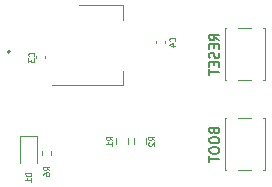
<source format=gbr>
%TF.GenerationSoftware,KiCad,Pcbnew,(6.0.7)*%
%TF.CreationDate,2023-02-04T21:02:38-08:00*%
%TF.ProjectId,ESP_Module,4553505f-4d6f-4647-956c-652e6b696361,rev?*%
%TF.SameCoordinates,Original*%
%TF.FileFunction,Legend,Bot*%
%TF.FilePolarity,Positive*%
%FSLAX46Y46*%
G04 Gerber Fmt 4.6, Leading zero omitted, Abs format (unit mm)*
G04 Created by KiCad (PCBNEW (6.0.7)) date 2023-02-04 21:02:38*
%MOMM*%
%LPD*%
G01*
G04 APERTURE LIST*
%ADD10C,0.152400*%
%ADD11C,0.125000*%
%ADD12C,0.200000*%
%ADD13C,0.120000*%
G04 APERTURE END LIST*
D10*
X139559695Y-100927504D02*
X139172647Y-100656571D01*
X139559695Y-100463047D02*
X138746895Y-100463047D01*
X138746895Y-100772685D01*
X138785600Y-100850095D01*
X138824304Y-100888800D01*
X138901714Y-100927504D01*
X139017828Y-100927504D01*
X139095238Y-100888800D01*
X139133942Y-100850095D01*
X139172647Y-100772685D01*
X139172647Y-100463047D01*
X139133942Y-101275847D02*
X139133942Y-101546780D01*
X139559695Y-101662895D02*
X139559695Y-101275847D01*
X138746895Y-101275847D01*
X138746895Y-101662895D01*
X139520990Y-101972533D02*
X139559695Y-102088647D01*
X139559695Y-102282171D01*
X139520990Y-102359580D01*
X139482285Y-102398285D01*
X139404876Y-102436990D01*
X139327466Y-102436990D01*
X139250057Y-102398285D01*
X139211352Y-102359580D01*
X139172647Y-102282171D01*
X139133942Y-102127352D01*
X139095238Y-102049942D01*
X139056533Y-102011238D01*
X138979123Y-101972533D01*
X138901714Y-101972533D01*
X138824304Y-102011238D01*
X138785600Y-102049942D01*
X138746895Y-102127352D01*
X138746895Y-102320876D01*
X138785600Y-102436990D01*
X139133942Y-102785333D02*
X139133942Y-103056266D01*
X139559695Y-103172380D02*
X139559695Y-102785333D01*
X138746895Y-102785333D01*
X138746895Y-103172380D01*
X138746895Y-103404609D02*
X138746895Y-103869066D01*
X139559695Y-103636838D02*
X138746895Y-103636838D01*
X139133942Y-108624914D02*
X139172647Y-108741028D01*
X139211352Y-108779733D01*
X139288761Y-108818438D01*
X139404876Y-108818438D01*
X139482285Y-108779733D01*
X139520990Y-108741028D01*
X139559695Y-108663619D01*
X139559695Y-108353980D01*
X138746895Y-108353980D01*
X138746895Y-108624914D01*
X138785600Y-108702323D01*
X138824304Y-108741028D01*
X138901714Y-108779733D01*
X138979123Y-108779733D01*
X139056533Y-108741028D01*
X139095238Y-108702323D01*
X139133942Y-108624914D01*
X139133942Y-108353980D01*
X138746895Y-109321600D02*
X138746895Y-109476419D01*
X138785600Y-109553828D01*
X138863009Y-109631238D01*
X139017828Y-109669942D01*
X139288761Y-109669942D01*
X139443580Y-109631238D01*
X139520990Y-109553828D01*
X139559695Y-109476419D01*
X139559695Y-109321600D01*
X139520990Y-109244190D01*
X139443580Y-109166780D01*
X139288761Y-109128076D01*
X139017828Y-109128076D01*
X138863009Y-109166780D01*
X138785600Y-109244190D01*
X138746895Y-109321600D01*
X138746895Y-110173104D02*
X138746895Y-110327923D01*
X138785600Y-110405333D01*
X138863009Y-110482742D01*
X139017828Y-110521447D01*
X139288761Y-110521447D01*
X139443580Y-110482742D01*
X139520990Y-110405333D01*
X139559695Y-110327923D01*
X139559695Y-110173104D01*
X139520990Y-110095695D01*
X139443580Y-110018285D01*
X139288761Y-109979580D01*
X139017828Y-109979580D01*
X138863009Y-110018285D01*
X138785600Y-110095695D01*
X138746895Y-110173104D01*
X138746895Y-110753676D02*
X138746895Y-111218133D01*
X139559695Y-110985904D02*
X138746895Y-110985904D01*
D11*
%TO.C,D1*%
X123670190Y-112152952D02*
X123170190Y-112152952D01*
X123170190Y-112272000D01*
X123194000Y-112343428D01*
X123241619Y-112391047D01*
X123289238Y-112414857D01*
X123384476Y-112438666D01*
X123455904Y-112438666D01*
X123551142Y-112414857D01*
X123598761Y-112391047D01*
X123646380Y-112343428D01*
X123670190Y-112272000D01*
X123670190Y-112152952D01*
X123670190Y-112914857D02*
X123670190Y-112629142D01*
X123670190Y-112772000D02*
X123170190Y-112772000D01*
X123241619Y-112724380D01*
X123289238Y-112676761D01*
X123313047Y-112629142D01*
%TO.C,R1*%
X130528190Y-109390666D02*
X130290095Y-109224000D01*
X130528190Y-109104952D02*
X130028190Y-109104952D01*
X130028190Y-109295428D01*
X130052000Y-109343047D01*
X130075809Y-109366857D01*
X130123428Y-109390666D01*
X130194857Y-109390666D01*
X130242476Y-109366857D01*
X130266285Y-109343047D01*
X130290095Y-109295428D01*
X130290095Y-109104952D01*
X130528190Y-109866857D02*
X130528190Y-109581142D01*
X130528190Y-109724000D02*
X130028190Y-109724000D01*
X130099619Y-109676380D01*
X130147238Y-109628761D01*
X130171047Y-109581142D01*
%TO.C,R6*%
X125194190Y-111930666D02*
X124956095Y-111764000D01*
X125194190Y-111644952D02*
X124694190Y-111644952D01*
X124694190Y-111835428D01*
X124718000Y-111883047D01*
X124741809Y-111906857D01*
X124789428Y-111930666D01*
X124860857Y-111930666D01*
X124908476Y-111906857D01*
X124932285Y-111883047D01*
X124956095Y-111835428D01*
X124956095Y-111644952D01*
X124694190Y-112359238D02*
X124694190Y-112264000D01*
X124718000Y-112216380D01*
X124741809Y-112192571D01*
X124813238Y-112144952D01*
X124908476Y-112121142D01*
X125098952Y-112121142D01*
X125146571Y-112144952D01*
X125170380Y-112168761D01*
X125194190Y-112216380D01*
X125194190Y-112311619D01*
X125170380Y-112359238D01*
X125146571Y-112383047D01*
X125098952Y-112406857D01*
X124979904Y-112406857D01*
X124932285Y-112383047D01*
X124908476Y-112359238D01*
X124884666Y-112311619D01*
X124884666Y-112216380D01*
X124908476Y-112168761D01*
X124932285Y-112144952D01*
X124979904Y-112121142D01*
%TO.C,C3*%
X123876571Y-102278666D02*
X123900380Y-102254857D01*
X123924190Y-102183428D01*
X123924190Y-102135809D01*
X123900380Y-102064380D01*
X123852761Y-102016761D01*
X123805142Y-101992952D01*
X123709904Y-101969142D01*
X123638476Y-101969142D01*
X123543238Y-101992952D01*
X123495619Y-102016761D01*
X123448000Y-102064380D01*
X123424190Y-102135809D01*
X123424190Y-102183428D01*
X123448000Y-102254857D01*
X123471809Y-102278666D01*
X123424190Y-102445333D02*
X123424190Y-102754857D01*
X123614666Y-102588190D01*
X123614666Y-102659619D01*
X123638476Y-102707238D01*
X123662285Y-102731047D01*
X123709904Y-102754857D01*
X123828952Y-102754857D01*
X123876571Y-102731047D01*
X123900380Y-102707238D01*
X123924190Y-102659619D01*
X123924190Y-102516761D01*
X123900380Y-102469142D01*
X123876571Y-102445333D01*
%TO.C,C4*%
X135814571Y-101008666D02*
X135838380Y-100984857D01*
X135862190Y-100913428D01*
X135862190Y-100865809D01*
X135838380Y-100794380D01*
X135790761Y-100746761D01*
X135743142Y-100722952D01*
X135647904Y-100699142D01*
X135576476Y-100699142D01*
X135481238Y-100722952D01*
X135433619Y-100746761D01*
X135386000Y-100794380D01*
X135362190Y-100865809D01*
X135362190Y-100913428D01*
X135386000Y-100984857D01*
X135409809Y-101008666D01*
X135528857Y-101437238D02*
X135862190Y-101437238D01*
X135338380Y-101318190D02*
X135695523Y-101199142D01*
X135695523Y-101508666D01*
%TO.C,R2*%
X134084190Y-109390666D02*
X133846095Y-109224000D01*
X134084190Y-109104952D02*
X133584190Y-109104952D01*
X133584190Y-109295428D01*
X133608000Y-109343047D01*
X133631809Y-109366857D01*
X133679428Y-109390666D01*
X133750857Y-109390666D01*
X133798476Y-109366857D01*
X133822285Y-109343047D01*
X133846095Y-109295428D01*
X133846095Y-109104952D01*
X133631809Y-109581142D02*
X133608000Y-109604952D01*
X133584190Y-109652571D01*
X133584190Y-109771619D01*
X133608000Y-109819238D01*
X133631809Y-109843047D01*
X133679428Y-109866857D01*
X133727047Y-109866857D01*
X133798476Y-109843047D01*
X134084190Y-109557333D01*
X134084190Y-109866857D01*
D12*
%TO.C,J1*%
X121864000Y-101910000D02*
G75*
G03*
X121864000Y-101910000I-100000J0D01*
G01*
D13*
%TO.C,SW2*%
X140032000Y-107528000D02*
X140152000Y-107528000D01*
X141162000Y-107528000D02*
X142302000Y-107528000D01*
X143312000Y-107528000D02*
X143432000Y-107528000D01*
X140152000Y-111928000D02*
X140032000Y-111928000D01*
X143432000Y-111928000D02*
X143312000Y-111928000D01*
X140032000Y-111928000D02*
X140032000Y-107528000D01*
X142302000Y-111928000D02*
X141162000Y-111928000D01*
X143432000Y-107528000D02*
X143432000Y-111928000D01*
%TO.C,D1*%
X122709000Y-111290000D02*
X122709000Y-109005000D01*
X124179000Y-109005000D02*
X124179000Y-111290000D01*
X122709000Y-109005000D02*
X124179000Y-109005000D01*
%TO.C,R1*%
X130795500Y-109711258D02*
X130795500Y-109236742D01*
X131840500Y-109711258D02*
X131840500Y-109236742D01*
%TO.C,U1*%
X131450000Y-104756000D02*
X131450000Y-103496000D01*
X127690000Y-97936000D02*
X131450000Y-97936000D01*
X125440000Y-104756000D02*
X131450000Y-104756000D01*
X131450000Y-97936000D02*
X131450000Y-99196000D01*
%TO.C,R6*%
X124588000Y-110336359D02*
X124588000Y-110643641D01*
X125348000Y-110336359D02*
X125348000Y-110643641D01*
%TO.C,C3*%
X124100000Y-102254164D02*
X124100000Y-102469836D01*
X124820000Y-102254164D02*
X124820000Y-102469836D01*
%TO.C,C4*%
X134980000Y-101199836D02*
X134980000Y-100984164D01*
X134260000Y-101199836D02*
X134260000Y-100984164D01*
%TO.C,SW1*%
X140152000Y-104308000D02*
X140032000Y-104308000D01*
X143312000Y-99908000D02*
X143432000Y-99908000D01*
X143432000Y-99908000D02*
X143432000Y-104308000D01*
X142302000Y-104308000D02*
X141162000Y-104308000D01*
X143432000Y-104308000D02*
X143312000Y-104308000D01*
X141162000Y-99908000D02*
X142302000Y-99908000D01*
X140032000Y-99908000D02*
X140152000Y-99908000D01*
X140032000Y-104308000D02*
X140032000Y-99908000D01*
%TO.C,R2*%
X133364500Y-109711258D02*
X133364500Y-109236742D01*
X132319500Y-109711258D02*
X132319500Y-109236742D01*
%TD*%
M02*

</source>
